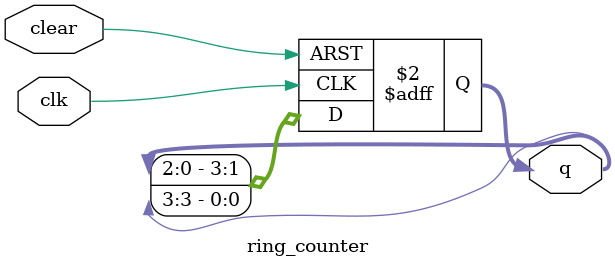
<source format=v>
`timescale 1ns / 1ps

module ring_counter(
    input clk,
    input clear,
    output reg [3:0] q
            
    );
    
    always@(posedge clk, posedge clear)begin
        if(clear)begin
            q <=4'b0001;
        end else begin
            q[1]<=q[0];
            q[2]<=q[1];
            q[3]<=q[2];
            q[0]<=q[3];
        end
    end       
    
endmodule

</source>
